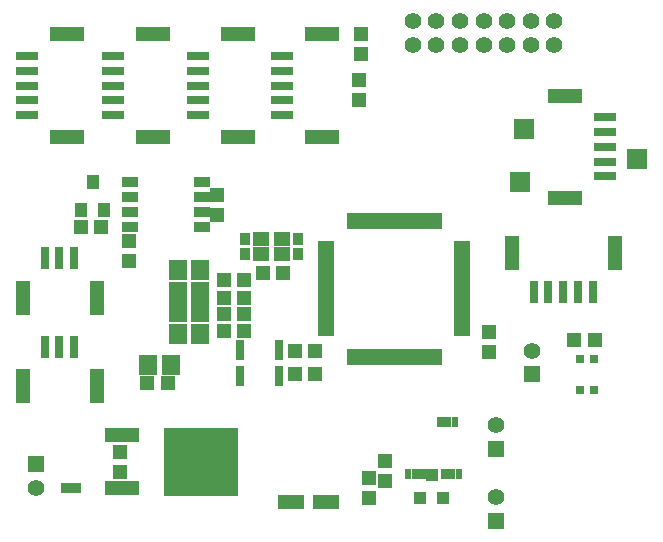
<source format=gbr>
G04 DipTrace 3.2.0.1*
G04 TopMask.gbr*
%MOIN*%
G04 #@! TF.FileFunction,Soldermask,Top*
G04 #@! TF.Part,Single*
%ADD23R,0.03937X0.043307*%
%ADD57R,0.055118X0.047244*%
%ADD59R,0.25X0.226378*%
%ADD61R,0.116142X0.047244*%
%ADD63R,0.052874X0.037874*%
%ADD65R,0.019685X0.055118*%
%ADD67R,0.055118X0.019685*%
%ADD69R,0.030315X0.026772*%
%ADD72R,0.031496X0.074803*%
%ADD74R,0.047244X0.11811*%
%ADD76R,0.074803X0.031496*%
%ADD78R,0.11811X0.047244*%
%ADD80R,0.048622X0.035039*%
%ADD82R,0.023031X0.035039*%
%ADD84R,0.059055X0.066929*%
%ADD86R,0.03937X0.049213*%
%ADD88R,0.066929X0.066929*%
%ADD90R,0.035433X0.043307*%
%ADD92R,0.086614X0.047244*%
%ADD94R,0.051181X0.047244*%
%ADD96R,0.047244X0.051181*%
%ADD97C,0.055118*%
%ADD99R,0.055118X0.055118*%
%ADD101R,0.029528X0.066929*%
%FSLAX26Y26*%
G04*
G70*
G90*
G75*
G01*
G04 TopMask*
%LPD*%
D101*
X1356282Y1055118D3*
X1228329D3*
X1356282Y1141732D3*
X1228329D3*
D99*
X2082677Y811024D3*
D97*
Y889764D3*
D92*
X1515748Y633858D3*
X1397638D3*
D90*
X1244094Y1511811D3*
Y1460630D3*
X1421260D3*
Y1511811D3*
D94*
X2342520Y1173228D3*
X2409449D3*
D96*
X1151541Y1590551D3*
Y1657480D3*
X826772Y799213D3*
Y732283D3*
D86*
X698785Y1606299D3*
X773588D3*
X736186Y1700787D3*
D84*
X1094488Y1334646D3*
X1019685D3*
X1094488Y1267717D3*
X1019685D3*
X1094488Y1192913D3*
X1019685D3*
X1094488Y1405512D3*
X1019685D3*
X921260Y1090551D3*
X996063D3*
D82*
X1944882Y901575D3*
D80*
X1909252D3*
D82*
X1956693Y728346D3*
D80*
X1921063D3*
D82*
X1787402D3*
D80*
X1823031D3*
D82*
X688976Y681102D3*
D80*
X653346D3*
D99*
X2200787Y1059055D3*
D97*
Y1137795D3*
D78*
X649606Y1850394D3*
Y2192913D3*
D76*
X517717Y1923228D3*
Y1972441D3*
Y2021654D3*
Y1923228D3*
Y2070866D3*
Y2120079D3*
D99*
X547244Y759843D3*
D97*
Y681102D3*
D99*
X2082677Y570866D3*
D97*
Y649606D3*
D78*
X1500000Y1850394D3*
Y2192913D3*
D76*
X1368110Y1923228D3*
Y1972441D3*
Y2021654D3*
Y1923228D3*
Y2070866D3*
Y2120079D3*
D78*
X1220472Y1850394D3*
Y2192913D3*
D76*
X1088583Y1923228D3*
Y1972441D3*
Y2021654D3*
Y1923228D3*
Y2070866D3*
Y2120079D3*
D78*
X937008Y1850394D3*
Y2192913D3*
D76*
X805118Y1923228D3*
Y1972441D3*
Y2021654D3*
Y1923228D3*
Y2070866D3*
Y2120079D3*
D78*
X2311024Y1988367D3*
Y1645848D3*
D76*
X2442913Y1866320D3*
Y1817108D3*
Y1915533D3*
Y1767895D3*
Y1718682D3*
D74*
X503937Y1019685D3*
X750000D3*
D72*
X576772Y1151575D3*
X625984D3*
X675197D3*
D74*
X2476378Y1464567D3*
X2133858D3*
D72*
X2354331Y1332677D3*
X2305118D3*
X2403543D3*
X2255906D3*
X2206693D3*
D74*
X503937Y1314961D3*
X750000D3*
D72*
X576772Y1446850D3*
X625984D3*
X675197D3*
D23*
X1866142Y724409D3*
X1903543Y645669D3*
X1828740D3*
D96*
X2059055Y1133858D3*
Y1200787D3*
D94*
X1478329Y1137795D3*
X1411400D3*
X1478329Y1059055D3*
X1411400D3*
D96*
X1657480Y645669D3*
Y712598D3*
X1712598Y704724D3*
Y771654D3*
X1629921Y2192913D3*
Y2125984D3*
X1625984Y2039370D3*
Y1972441D3*
D94*
X1173228Y1204724D3*
X1240157D3*
X1173228Y1259843D3*
X1240157D3*
X1173228Y1314961D3*
X1240157D3*
X1173228Y1374016D3*
X1240157D3*
X1370079Y1397638D3*
X1303150D3*
X765714Y1551181D3*
X698785D3*
D96*
X856265Y1503937D3*
Y1437008D3*
D94*
X919291Y1029528D3*
X986220D3*
D69*
X2362205Y1110236D3*
Y1007087D3*
X2407874Y1110236D3*
Y1007087D3*
D67*
X1515748Y1492126D3*
Y1472441D3*
Y1452756D3*
Y1433071D3*
Y1413386D3*
Y1393701D3*
Y1374016D3*
Y1354331D3*
Y1334646D3*
Y1314961D3*
Y1295276D3*
Y1275591D3*
Y1255906D3*
Y1236220D3*
Y1216535D3*
Y1196850D3*
D65*
X1594488Y1118110D3*
X1614173D3*
X1633858D3*
X1653543D3*
X1673228D3*
X1692913D3*
X1712598D3*
X1732283D3*
X1751969D3*
X1771654D3*
X1791339D3*
X1811024D3*
X1830709D3*
X1850394D3*
X1870079D3*
X1889764D3*
D67*
X1968504Y1196850D3*
Y1216535D3*
Y1236220D3*
Y1255906D3*
Y1275591D3*
Y1295276D3*
Y1314961D3*
Y1334646D3*
Y1354331D3*
Y1374016D3*
Y1393701D3*
Y1413386D3*
Y1433071D3*
Y1452756D3*
Y1472441D3*
Y1492126D3*
D65*
X1889764Y1570866D3*
X1870079D3*
X1850394D3*
X1830709D3*
X1811024D3*
X1791339D3*
X1771654D3*
X1751969D3*
X1732283D3*
X1712598D3*
X1692913D3*
X1673228D3*
X1653543D3*
X1633858D3*
X1614173D3*
X1594488D3*
D63*
X1100360Y1551181D3*
Y1601181D3*
Y1651181D3*
Y1701181D3*
X859861D3*
Y1651181D3*
Y1601181D3*
Y1551181D3*
D61*
X834646Y858268D3*
Y678740D3*
D59*
X1098425Y768504D3*
D97*
X1803150Y2236220D3*
X1882087D3*
X1960630D3*
X2039567D3*
X2118110D3*
X2197047D3*
X2275591D3*
X1803150Y2157480D3*
X1882087D3*
X1960630D3*
X2039567D3*
X2118110D3*
X2197047D3*
X2275591D3*
D88*
X2173228Y1877953D3*
X2551181Y1775591D3*
X2161417Y1700787D3*
D57*
X1366142Y1460630D3*
Y1511811D3*
X1299213Y1460630D3*
Y1511811D3*
M02*

</source>
